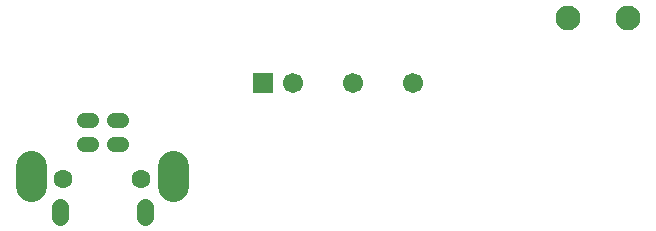
<source format=gbs>
G04 Layer: BottomSolderMaskLayer*
G04 EasyEDA v6.5.1, 2022-08-30 03:35:26*
G04 a67cddfb3fce44daa9051d46cbbcc19f,10*
G04 Gerber Generator version 0.2*
G04 Scale: 100 percent, Rotated: No, Reflected: No *
G04 Dimensions in millimeters *
G04 leading zeros omitted , absolute positions ,4 integer and 5 decimal *
%FSLAX45Y45*%
%MOMM*%

%ADD26C,1.3015*%
%ADD27C,2.6017*%
%ADD28C,1.4016*%
%ADD30C,1.7016*%
%ADD32C,1.6016*%
%ADD33C,2.1016*%

%LPD*%
D26*
X4903025Y735507D02*
G01*
X4843005Y735507D01*
X4903025Y935507D02*
G01*
X4843005Y935507D01*
X5157025Y735507D02*
G01*
X5097005Y735507D01*
D27*
X4397502Y379521D02*
G01*
X4397502Y549508D01*
X5602503Y379521D02*
G01*
X5602503Y549508D01*
D26*
X5157025Y935507D02*
G01*
X5097005Y935507D01*
D28*
X5359984Y204993D02*
G01*
X5359984Y114993D01*
X4639995Y204993D02*
G01*
X4639995Y114993D01*
G36*
X6279895Y1164844D02*
G01*
X6279895Y1335023D01*
X6450075Y1335023D01*
X6450075Y1164844D01*
G37*
D30*
G01*
X6619011Y1250010D03*
G01*
X7127011Y1250010D03*
G01*
X7635011Y1250010D03*
D32*
G01*
X4669993Y440004D03*
G01*
X5329986Y440004D03*
D33*
G01*
X8946006Y1800021D03*
G01*
X9454006Y1800021D03*
M02*

</source>
